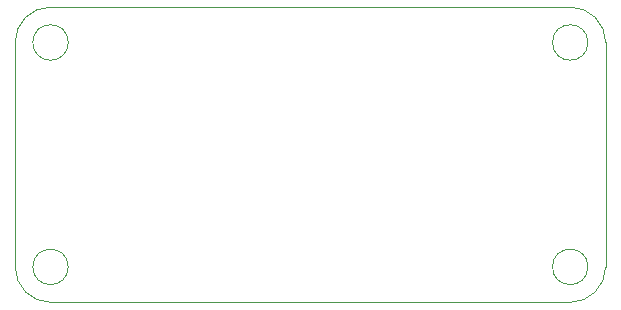
<source format=gm1>
G04 #@! TF.GenerationSoftware,KiCad,Pcbnew,9.0.0*
G04 #@! TF.CreationDate,2025-02-22T22:56:27-05:00*
G04 #@! TF.ProjectId,rp24-usb-tester,72703234-2d75-4736-922d-746573746572,v0.3.1*
G04 #@! TF.SameCoordinates,Original*
G04 #@! TF.FileFunction,Profile,NP*
%FSLAX46Y46*%
G04 Gerber Fmt 4.6, Leading zero omitted, Abs format (unit mm)*
G04 Created by KiCad (PCBNEW 9.0.0) date 2025-02-22 22:56:27*
%MOMM*%
%LPD*%
G01*
G04 APERTURE LIST*
G04 #@! TA.AperFunction,Profile*
%ADD10C,0.050000*%
G04 #@! TD*
G04 APERTURE END LIST*
D10*
X47000000Y0D02*
G75*
G02*
X50000000Y-3000000I0J-3000000D01*
G01*
X50000000Y-3000000D02*
X50000000Y-22000000D01*
X3000000Y-25000000D02*
X47000000Y-25000000D01*
X3000000Y-25000000D02*
G75*
G02*
X0Y-22000000I0J3000000D01*
G01*
X48500000Y-22000000D02*
G75*
G02*
X45500000Y-22000000I-1500000J0D01*
G01*
X45500000Y-22000000D02*
G75*
G02*
X48500000Y-22000000I1500000J0D01*
G01*
X48500000Y-3000000D02*
G75*
G02*
X45500000Y-3000000I-1500000J0D01*
G01*
X45500000Y-3000000D02*
G75*
G02*
X48500000Y-3000000I1500000J0D01*
G01*
X0Y-3000000D02*
X0Y-22000000D01*
X0Y-3000000D02*
G75*
G02*
X3000000Y0I3000000J0D01*
G01*
X50000000Y-22000000D02*
G75*
G02*
X47000000Y-25000000I-3000000J0D01*
G01*
X4500000Y-3000000D02*
G75*
G02*
X1500000Y-3000000I-1500000J0D01*
G01*
X1500000Y-3000000D02*
G75*
G02*
X4500000Y-3000000I1500000J0D01*
G01*
X47000000Y0D02*
X3000000Y0D01*
X4500000Y-22000000D02*
G75*
G02*
X1500000Y-22000000I-1500000J0D01*
G01*
X1500000Y-22000000D02*
G75*
G02*
X4500000Y-22000000I1500000J0D01*
G01*
M02*

</source>
